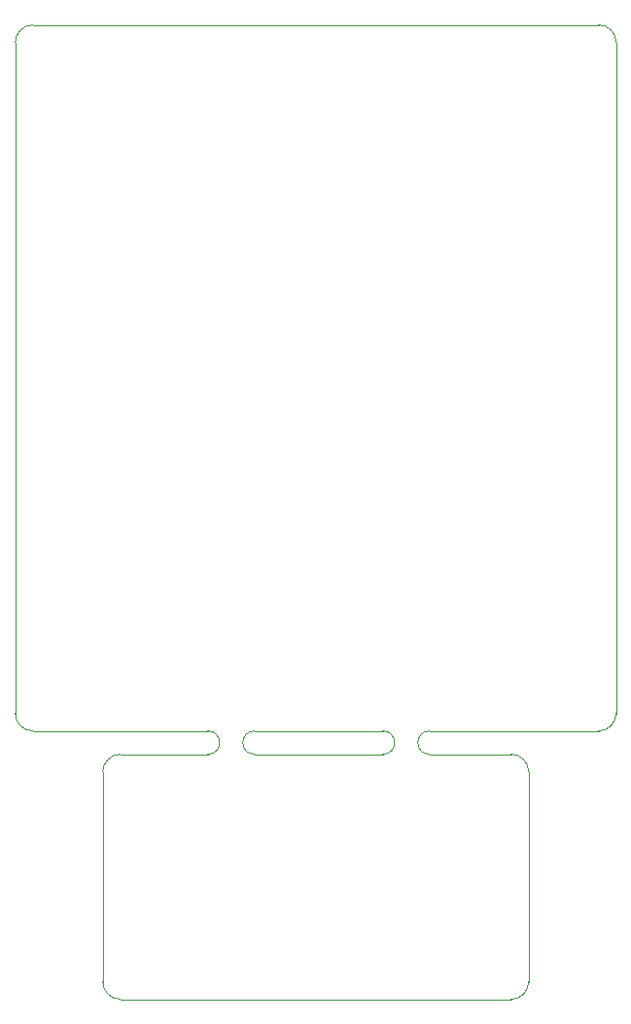
<source format=gbr>
G04 #@! TF.GenerationSoftware,KiCad,Pcbnew,(5.1.6-0-10_14)*
G04 #@! TF.CreationDate,2020-10-04T21:53:57+02:00*
G04 #@! TF.ProjectId,ds,64732e6b-6963-4616-945f-706362585858,rev?*
G04 #@! TF.SameCoordinates,Original*
G04 #@! TF.FileFunction,Profile,NP*
%FSLAX46Y46*%
G04 Gerber Fmt 4.6, Leading zero omitted, Abs format (unit mm)*
G04 Created by KiCad (PCBNEW (5.1.6-0-10_14)) date 2020-10-04 21:53:57*
%MOMM*%
%LPD*%
G01*
G04 APERTURE LIST*
G04 #@! TA.AperFunction,Profile*
%ADD10C,0.050000*%
G04 #@! TD*
G04 APERTURE END LIST*
D10*
X64008000Y-146812000D02*
G75*
G02*
X62484000Y-145288000I0J1524000D01*
G01*
X99568000Y-145288000D02*
G75*
G02*
X98044000Y-146812000I-1524000J0D01*
G01*
X62484000Y-127000000D02*
G75*
G02*
X64008000Y-125476000I1524000J0D01*
G01*
X98044000Y-125476000D02*
G75*
G02*
X99568000Y-127000000I0J-1524000D01*
G01*
X105664000Y-61976000D02*
G75*
G02*
X107188000Y-63500000I0J-1524000D01*
G01*
X54864000Y-63500000D02*
G75*
G02*
X56388000Y-61976000I1524000J0D01*
G01*
X56388000Y-123444000D02*
G75*
G02*
X54864000Y-121920000I0J1524000D01*
G01*
X107188000Y-121920000D02*
G75*
G02*
X105664000Y-123444000I-1524000J0D01*
G01*
X99568000Y-127000000D02*
X99568000Y-145288000D01*
X98044000Y-146812000D02*
X64008000Y-146812000D01*
X62484000Y-127000000D02*
X62484000Y-145288000D01*
X90932000Y-125476000D02*
X98044000Y-125476000D01*
X75692000Y-125476000D02*
X86868000Y-125476000D01*
X71628000Y-125476000D02*
X64008000Y-125476000D01*
X105664000Y-61976000D02*
X56388000Y-61976000D01*
X107188000Y-121920000D02*
X107188000Y-63500000D01*
X54864000Y-121920000D02*
X54864000Y-63500000D01*
X71628000Y-123444000D02*
X56388000Y-123444000D01*
X86868000Y-123444000D02*
X75692000Y-123444000D01*
X105664000Y-123444000D02*
X90932000Y-123444000D01*
X71628000Y-123444000D02*
G75*
G02*
X71628000Y-125476000I0J-1016000D01*
G01*
X75692000Y-125476000D02*
G75*
G02*
X75692000Y-123444000I0J1016000D01*
G01*
X86868000Y-123444000D02*
G75*
G02*
X86868000Y-125476000I0J-1016000D01*
G01*
X90932000Y-125476000D02*
G75*
G02*
X90932000Y-123444000I0J1016000D01*
G01*
M02*

</source>
